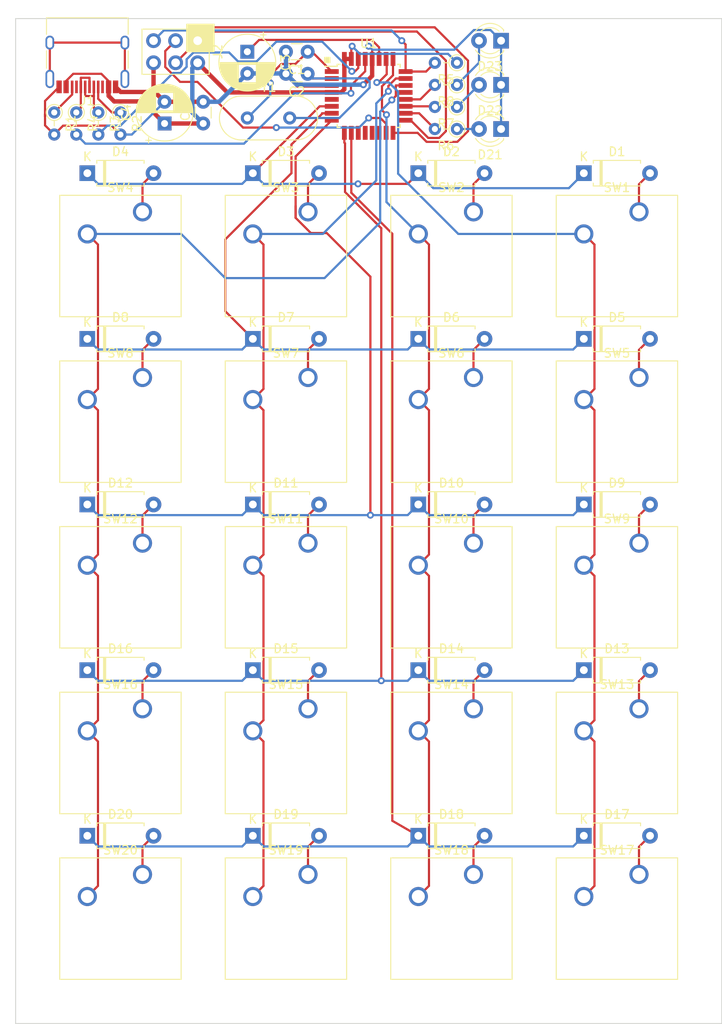
<source format=kicad_pcb>
(kicad_pcb (version 20211014) (generator pcbnew)
  (layers (0 "F.Cu" signal) (31 "B.Cu" signal) (34 "B.Paste" user) (35 "F.Paste" user) (36 "B.SilkS" user "B.Silkscreen") (37 "F.SilkS" user "F.Silkscreen") (38 "B.Mask" user) (39 "F.Mask" user) (44 "Edge.Cuts" user))
  (net 0 "")
  (net 1 "GND")
  (net 2 "Net-(C1-Pad1)")
  (net 3 "Net-(C2-Pad1)")
  (net 4 "Net-(C3-Pad1)")
  (net 5 "VCC")
  (net 6 "Net-(J1-PadA5)")
  (net 7 "Net-(J1-PadA7)")
  (net 8 "Net-(J1-PadA6)")
  (net 9 "Net-(J1-PadB5)")
  (net 10 "Net-(J1-PadS1)")
  (net 11 "Net-(J2-Pad5)")
  (net 12 "Net-(J2-Pad4)")
  (net 13 "Net-(J2-Pad3)")
  (net 14 "Net-(J2-Pad1)")
  (net 15 "Net-(R3-Pad2)")
  (net 16 "Net-(R4-Pad2)")
  (net 17 "Net-(SW1-Pad2)")
  (net 18 "Net-(SW10-Pad2)")
  (net 19 "Net-(SW11-Pad2)")
  (net 20 "Net-(SW12-Pad2)")
  (net 21 "Net-(D17-Pad1)")
  (net 22 "Net-(D13-Pad1)")
  (net 23 "Net-(D10-Pad1)")
  (net 24 "Net-(D5-Pad1)")
  (net 25 "Net-(D1-Pad1)")
  (net 26 "Net-(D1-Pad2)")
  (net 27 "Net-(D2-Pad2)")
  (net 28 "Net-(D3-Pad2)")
  (net 29 "Net-(D4-Pad2)")
  (net 30 "Net-(D5-Pad2)")
  (net 31 "Net-(D6-Pad2)")
  (net 32 "Net-(D7-Pad2)")
  (net 33 "Net-(D8-Pad2)")
  (net 34 "Net-(D9-Pad2)")
  (net 35 "Net-(D10-Pad2)")
  (net 36 "Net-(D11-Pad2)")
  (net 37 "Net-(D12-Pad2)")
  (net 38 "Net-(D13-Pad2)")
  (net 39 "Net-(D14-Pad2)")
  (net 40 "Net-(D15-Pad2)")
  (net 41 "Net-(D16-Pad2)")
  (net 42 "Net-(D17-Pad2)")
  (net 43 "Net-(D18-Pad2)")
  (net 44 "Net-(D19-Pad2)")
  (net 45 "Net-(D20-Pad2)")
  (net 46 "Net-(R6-Pad2)")
  (net 47 "Net-(D21-Pad2)")
  (net 48 "Net-(R7-Pad2)")
  (net 49 "Net-(D22-Pad2)")
  (net 50 "Net-(R8-Pad2)")
  (net 51 "Net-(D23-Pad2)")
  (footprint "Resistor_THT:R_Axial_DIN0204_L3.6mm_D1.6mm_P2.54mm_Vertical" (layer "F.Cu") (at 27.305 43.815 -90)
    (fp_text reference "R1")
    (fp_text value "56k")
  )
  (footprint "Resistor_THT:R_Axial_DIN0204_L3.6mm_D1.6mm_P2.54mm_Vertical" (layer "F.Cu") (at 29.845 43.815 -90)
    (fp_text reference "R4")
    (fp_text value "22")
  )
  (footprint "Resistor_THT:R_Axial_DIN0204_L3.6mm_D1.6mm_P2.54mm_Vertical" (layer "F.Cu") (at 73.66 38.1 180)
    (fp_text reference "R5")
    (fp_text value "4.7k")
  )
  (footprint "Connector_USB:USB_C_Receptacle_HRO_TYPE-C-31-M-12" (layer "F.Cu") (at 31.115 36.83 180)
    (fp_text reference "J1")
    (fp_text value "USB_C_Receptacle_USB2.0")
  )
  (footprint "Resistor_THT:R_Axial_DIN0204_L3.6mm_D1.6mm_P2.54mm_Vertical" (layer "F.Cu") (at 32.385 43.815 -90)
    (fp_text reference "R3")
    (fp_text value "22")
  )
  (footprint "Resistor_THT:R_Axial_DIN0204_L3.6mm_D1.6mm_P2.54mm_Vertical" (layer "F.Cu") (at 34.925 43.815 -90)
    (fp_text reference "R2")
    (fp_text value "56k")
  )
  (footprint "Capacitor_THT:C_Disc_D3.0mm_W1.6mm_P2.50mm" (layer "F.Cu") (at 56.475 36.83 180)
    (fp_text reference "C1")
    (fp_text value "C")
  )
  (footprint "Capacitor_THT:C_Disc_D3.0mm_W1.6mm_P2.50mm" (layer "F.Cu") (at 56.475 39.37 180)
    (fp_text reference "C2")
    (fp_text value "C")
  )
  (footprint "Crystal:Crystal_HC49-U_Vertical" (layer "F.Cu") (at 49.53 44.45)
    (fp_text reference "Y1")
    (fp_text value "Crystal")
  )
  (footprint "Resistor_THT:R_Axial_DIN0204_L3.6mm_D1.6mm_P2.54mm_Vertical" (layer "F.Cu") (at 73.66 45.72 180)
    (fp_text reference "R6")
    (fp_text value "2k")
  )
  (footprint "Resistor_THT:R_Axial_DIN0204_L3.6mm_D1.6mm_P2.54mm_Vertical" (layer "F.Cu") (at 73.66 43.18 180)
    (fp_text reference "R7")
    (fp_text value "2k")
  )
  (footprint "Capacitor_THT:CP_Radial_D6.3mm_P2.50mm" (layer "F.Cu") (at 40.005 45.085 90)
    (fp_text reference "C4")
    (fp_text value "CP")
  )
  (footprint "Capacitor_THT:C_Disc_D3.0mm_W1.6mm_P2.50mm" (layer "F.Cu") (at 44.45 45.085 90)
    (fp_text reference "C5")
    (fp_text value "C")
  )
  (footprint "Connector_PinHeader_2.54mm:PinHeader_2x03_P2.54mm_Vertical" (layer "F.Cu") (at 43.815 35.56 -90)
    (fp_text reference "J2")
    (fp_text value "AVR-ISP-6")
  )
  (footprint "Package_QFP:TQFP-32_7x7mm_P0.8mm" (layer "F.Cu") (at 63.5 41.91)
    (fp_text reference "U1")
    (fp_text value "ATmega32U2-AU")
  )
  (footprint "Diode_THT:D_A-405_P7.62mm_Horizontal" (layer "F.Cu") (at 88.265 50.8)
    (fp_text reference "D1")
    (fp_text value "D")
  )
  (footprint "Diode_THT:D_A-405_P7.62mm_Horizontal" (layer "F.Cu") (at 69.215 50.8)
    (fp_text reference "D2")
    (fp_text value "D")
  )
  (footprint "Diode_THT:D_A-405_P7.62mm_Horizontal" (layer "F.Cu") (at 50.165 50.8)
    (fp_text reference "D3")
    (fp_text value "D")
  )
  (footprint "Diode_THT:D_A-405_P7.62mm_Horizontal" (layer "F.Cu") (at 31.115 50.8)
    (fp_text reference "D4")
    (fp_text value "D")
  )
  (footprint "Diode_THT:D_A-405_P7.62mm_Horizontal" (layer "F.Cu") (at 88.265 69.85)
    (fp_text reference "D5")
    (fp_text value "D")
  )
  (footprint "Diode_THT:D_A-405_P7.62mm_Horizontal" (layer "F.Cu") (at 69.215 69.85)
    (fp_text reference "D6")
    (fp_text value "D")
  )
  (footprint "Diode_THT:D_A-405_P7.62mm_Horizontal" (layer "F.Cu") (at 50.165 69.85)
    (fp_text reference "D7")
    (fp_text value "D")
  )
  (footprint "Diode_THT:D_A-405_P7.62mm_Horizontal" (layer "F.Cu") (at 31.115 69.85)
    (fp_text reference "D8")
    (fp_text value "D")
  )
  (footprint "Diode_THT:D_A-405_P7.62mm_Horizontal" (layer "F.Cu") (at 88.265 88.9)
    (fp_text reference "D9")
    (fp_text value "D")
  )
  (footprint "Diode_THT:D_A-405_P7.62mm_Horizontal" (layer "F.Cu") (at 69.215 88.9)
    (fp_text reference "D10")
    (fp_text value "D")
  )
  (footprint "Diode_THT:D_A-405_P7.62mm_Horizontal" (layer "F.Cu") (at 50.165 88.9)
    (fp_text reference "D11")
    (fp_text value "D")
  )
  (footprint "Diode_THT:D_A-405_P7.62mm_Horizontal" (layer "F.Cu") (at 88.265 107.95)
    (fp_text reference "D13")
    (fp_text value "D")
  )
  (footprint "Diode_THT:D_A-405_P7.62mm_Horizontal" (layer "F.Cu") (at 69.215 107.95)
    (fp_text reference "D14")
    (fp_text value "D")
  )
  (footprint "Diode_THT:D_A-405_P7.62mm_Horizontal" (layer "F.Cu") (at 31.115 107.95)
    (fp_text reference "D16")
    (fp_text value "D")
  )
  (footprint "Diode_THT:D_A-405_P7.62mm_Horizontal" (layer "F.Cu") (at 88.265 127)
    (fp_text reference "D17")
    (fp_text value "D")
  )
  (footprint "Diode_THT:D_A-405_P7.62mm_Horizontal" (layer "F.Cu") (at 69.215 127)
    (fp_text reference "D18")
    (fp_text value "D")
  )
  (footprint "Diode_THT:D_A-405_P7.62mm_Horizontal" (layer "F.Cu") (at 50.165 127)
    (fp_text reference "D19")
    (fp_text value "D")
  )
  (footprint "Diode_THT:D_A-405_P7.62mm_Horizontal" (layer "F.Cu") (at 31.115 127)
    (fp_text reference "D20")
    (fp_text value "D")
  )
  (footprint "Button_Switch_Keyboard:SW_Cherry_MX_1.00u_PCB" (layer "F.Cu") (at 94.615 55.245)
    (fp_text reference "SW1")
    (fp_text value "SW_Push")
  )
  (footprint "Button_Switch_Keyboard:SW_Cherry_MX_1.00u_PCB" (layer "F.Cu") (at 75.565 55.245)
    (fp_text reference "SW2")
    (fp_text value "SW_Push")
  )
  (footprint "Button_Switch_Keyboard:SW_Cherry_MX_1.00u_PCB" (layer "F.Cu") (at 56.515 55.245)
    (fp_text reference "SW3")
    (fp_text value "SW_Push")
  )
  (footprint "Button_Switch_Keyboard:SW_Cherry_MX_1.00u_PCB" (layer "F.Cu") (at 37.465 55.245)
    (fp_text reference "SW4")
    (fp_text value "SW_Push")
  )
  (footprint "Button_Switch_Keyboard:SW_Cherry_MX_1.00u_PCB" (layer "F.Cu") (at 94.615 74.295)
    (fp_text reference "SW5")
    (fp_text value "SW_Push")
  )
  (footprint "Button_Switch_Keyboard:SW_Cherry_MX_1.00u_PCB" (layer "F.Cu") (at 75.565 74.295)
    (fp_text reference "SW6")
    (fp_text value "SW_Push")
  )
  (footprint "Button_Switch_Keyboard:SW_Cherry_MX_1.00u_PCB" (layer "F.Cu") (at 56.515 74.295)
    (fp_text reference "SW7")
    (fp_text value "SW_Push")
  )
  (footprint "Button_Switch_Keyboard:SW_Cherry_MX_1.00u_PCB" (layer "F.Cu") (at 37.465 74.295)
    (fp_text reference "SW8")
    (fp_text value "SW_Push")
  )
  (footprint "Button_Switch_Keyboard:SW_Cherry_MX_1.00u_PCB" (layer "F.Cu") (at 94.615 93.345)
    (fp_text reference "SW9")
    (fp_text value "SW_Push")
  )
  (footprint "Button_Switch_Keyboard:SW_Cherry_MX_1.00u_PCB" (layer "F.Cu") (at 75.565 93.345)
    (fp_text reference "SW10")
    (fp_text value "SW_Push")
  )
  (footprint "Button_Switch_Keyboard:SW_Cherry_MX_1.00u_PCB" (layer "F.Cu") (at 56.515 93.345)
    (fp_text reference "SW11")
    (fp_text value "SW_Push")
  )
  (footprint "Button_Switch_Keyboard:SW_Cherry_MX_1.00u_PCB" (layer "F.Cu") (at 37.465 93.345)
    (fp_text reference "SW12")
    (fp_text value "SW_Push")
  )
  (footprint "Button_Switch_Keyboard:SW_Cherry_MX_1.00u_PCB" (layer "F.Cu") (at 94.615 112.395)
    (fp_text reference "SW13")
    (fp_text value "SW_Push")
  )
  (footprint "Button_Switch_Keyboard:SW_Cherry_MX_1.00u_PCB" (layer "F.Cu") (at 75.565 112.395)
    (fp_text reference "SW14")
    (fp_text value "SW_Push")
  )
  (footprint "Button_Switch_Keyboard:SW_Cherry_MX_1.00u_PCB" (layer "F.Cu") (at 56.515 112.395)
    (fp_text reference "SW15")
    (fp_text value "SW_Push")
  )
  (footprint "Button_Switch_Keyboard:SW_Cherry_MX_1.00u_PCB" (layer "F.Cu") (at 37.465 112.395)
    (fp_text reference "SW16")
    (fp_text value "SW_Push")
  )
  (footprint "Button_Switch_Keyboard:SW_Cherry_MX_1.00u_PCB" (layer "F.Cu") (at 94.615 131.445)
    (fp_text reference "SW17")
    (fp_text value "SW_Push")
  )
  (footprint "Button_Switch_Keyboard:SW_Cherry_MX_1.00u_PCB" (layer "F.Cu") (at 75.565 131.445)
    (fp_text reference "SW18")
    (fp_text value "SW_Push")
  )
  (footprint "Button_Switch_Keyboard:SW_Cherry_MX_1.00u_PCB" (layer "F.Cu") (at 56.515 131.445)
    (fp_text reference "SW19")
    (fp_text value "SW_Push")
  )
  (footprint "Button_Switch_Keyboard:SW_Cherry_MX_1.00u_PCB" (layer "F.Cu") (at 37.465 131.445)
    (fp_text reference "SW20")
    (fp_text value "SW_Push")
  )
  (footprint "Diode_THT:D_A-405_P7.62mm_Horizontal" (layer "F.Cu") (at 31.115 88.9)
    (fp_text reference "D12")
    (fp_text value "D")
  )
  (footprint "LED_THT:LED_D3.0mm" (layer "F.Cu") (at 78.74 45.72 180)
    (fp_text reference "D21")
    (fp_text value "LED")
  )
  (footprint "LED_THT:LED_D3.0mm" (layer "F.Cu") (at 78.74 40.64 180)
    (fp_text reference "D22")
    (fp_text value "LED")
  )
  (footprint "LED_THT:LED_D3.0mm" (layer "F.Cu") (at 78.74 35.56 180)
    (fp_text reference "D23")
    (fp_text value "LED")
  )
  (footprint "Resistor_THT:R_Axial_DIN0204_L3.6mm_D1.6mm_P2.54mm_Vertical" (layer "F.Cu") (at 73.66 40.64 180)
    (fp_text reference "R8")
    (fp_text value "2k")
  )
  (footprint "Capacitor_THT:CP_Radial_D6.3mm_P2.50mm" (layer "F.Cu") (at 49.53 36.83 -90)
    (fp_text reference "C3")
    (fp_text value "CP")
  )
  (footprint "Diode_THT:D_A-405_P7.62mm_Horizontal" (layer "F.Cu") (at 50.165 107.95)
    (fp_text reference "D15")
    (fp_text value "D")
  )
  (gr_poly (pts (xy 45.72 36.83) (xy 42.545 36.83) (xy 42.545 33.655) (xy 45.72 33.655)) (layer "F.SilkS") (width 0.1) (fill solid))
  (gr_poly (pts (xy 59.055 38.1) (xy 58.42 38.1) (xy 58.42 37.465) (xy 59.055 37.465)) (layer "F.SilkS") (width 0.1) (fill solid))
  (gr_line (start 104.14 33.02) (end 104.14 148.59) (layer "Edge.Cuts") (width 0.1))
  (gr_line (start 104.14 148.59) (end 22.86 148.59) (layer "Edge.Cuts") (width 0.1))
  (gr_line (start 22.86 33.02) (end 104.14 33.02) (layer "Edge.Cuts") (width 0.1))
  (gr_line (start 22.86 148.59) (end 22.86 33.02) (layer "Edge.Cuts") (width 0.1))
  (segment (start 63.9 36.595) (end 63.5 36.195) (width 0.25) (layer "F.Cu") (net 1))
  (segment (start 62.885 40.62) (end 63.9 39.605) (width 0.5) (layer "F.Cu") (net 1))
  (segment (start 34.95 41.46) (end 38.88 41.46) (width 0.5) (layer "F.Cu") (net 1))
  (segment (start 38.735 38.1) (end 38.735 41.315) (width 0.5) (layer "F.Cu") (net 1))
  (segment (start 40.005 42.585) (end 44.45 42.585) (width 0.5) (layer "F.Cu") (net 1))
  (segment (start 33.8997 45.3297) (end 34.925 46.355) (width 0.25) (layer "F.Cu") (net 1))
  (segment (start 26.247 42.493) (end 26.247 44.027) (width 0.25) (layer "F.Cu") (net 1))
  (segment (start 26.247 44.027) (end 26.247 44.2717) (width 0.25) (layer "F.Cu") (net 1))
  (segment (start 38.88 41.46) (end 39.265 41.845) (width 0.5) (layer "F.Cu") (net 1))
  (segment (start 28.3303 45.3297) (end 33.8997 45.3297) (width 0.25) (layer "F.Cu") (net 1))
  (segment (start 39.265 41.845) (end 40.005 42.585) (width 0.5) (layer "F.Cu") (net 1))
  (segment (start 59.25 40.71) (end 55.315 40.71) (width 0.5) (layer "F.Cu") (net 1))
  (segment (start 63.9 37.66) (end 63.9 36.595) (width 0.25) (layer "F.Cu") (net 1))
  (segment (start 27.305 46.355) (end 26.247 45.297) (width 0.25) (layer "F.Cu") (net 1))
  (segment (start 26.247 44.2717) (end 26.247 44.027) (width 0.25) (layer "F.Cu") (net 1))
  (segment (start 55.315 40.71) (end 53.975 39.37) (width 0.5) (layer "F.Cu") (net 1))
  (segment (start 27.865 40.875) (end 26.247 42.493) (width 0.25) (layer "F.Cu") (net 1))
  (segment (start 39.265 41.845) (end 40.005 42.585) (width 0.5) (layer "F.Cu") (net 1))
  (segment (start 38.735 41.315) (end 38.88 41.46) (width 0.5) (layer "F.Cu") (net 1))
  (segment (start 34.365 40.875) (end 34.95 41.46) (width 0.5) (layer "F.Cu") (net 1))
  (segment (start 63.9 39.605) (end 63.9 37.66) (width 0.5) (layer "F.Cu") (net 1))
  (segment (start 38.88 41.46) (end 39.265 41.845) (width 0.5) (layer "F.Cu") (net 1))
  (segment (start 26.247 45.297) (end 26.247 44.2717) (width 0.25) (layer "F.Cu") (net 1))
  (segment (start 27.305 46.355) (end 28.3303 45.3297) (width 0.25) (layer "F.Cu") (net 1))
  (segment (start 40.005 42.585) (end 39.265 41.845) (width 0.5) (layer "F.Cu") (net 1))
  (via (at 62.885 40.62) (size 0.8) (drill 0.4) (layers "F.Cu" "B.Cu") (net 1))
  (via (at 63.5 36.195) (size 0.8) (drill 0.4) (layers "F.Cu" "B.Cu") (net 1))
  (segment (start 53.975 39.37) (end 53.975 36.83) (width 0.5) (layer "B.Cu") (net 1))
  (segment (start 46.275 42.585) (end 49.53 39.33) (width 0.5) (layer "B.Cu") (net 1))
  (segment (start 44.45 42.585) (end 46.275 42.585) (width 0.5) (layer "B.Cu") (net 1))
  (segment (start 36.235 46.355) (end 34.925 46.355) (width 0.25) (layer "B.Cu") (net 1))
  (segment (start 73.661997 36.285001) (end 73.705999 36.240999) (width 0.25) (layer "B.Cu") (net 1))
  (segment (start 78.74 40.64) (end 78.74 45.72) (width 0.25) (layer "B.Cu") (net 1))
  (segment (start 77.514999 34.334999) (end 78.74 35.56) (width 0.25) (layer "B.Cu") (net 1))
  (segment (start 53.935 39.33) (end 53.975 39.37) (width 0.5) (layer "B.Cu") (net 1))
  (segment (start 73.351999 36.594999) (end 63.899999 36.594999) (width 0.25) (layer "B.Cu") (net 1))
  (segment (start 78.74 35.56) (end 78.74 40.64) (width 0.25) (layer "B.Cu") (net 1))
  (segment (start 73.705999 36.240999) (end 73.351999 36.594999) (width 0.25) (layer "B.Cu") (net 1))
  (segment (start 49.53 39.33) (end 53.935 39.33) (width 0.5) (layer "B.Cu") (net 1))
  (segment (start 63.899999 36.594999) (end 63.5 36.195) (width 0.25) (layer "B.Cu") (net 1))
  (segment (start 40.005 42.585) (end 36.235 46.355) (width 0.25) (layer "B.Cu") (net 1))
  (segment (start 55.225 40.62) (end 62.885 40.62) (width 0.5) (layer "B.Cu") (net 1))
  (segment (start 73.705999 36.240999) (end 75.611999 34.334999) (width 0.25) (layer "B.Cu") (net 1))
  (segment (start 75.611999 34.334999) (end 77.514999 34.334999) (width 0.25) (layer "B.Cu") (net 1))
  (segment (start 53.975 39.37) (end 55.225 40.62) (width 0.5) (layer "B.Cu") (net 1))
  (segment (start 55.06 38.245) (end 53.435 38.245) (width 0.25) (layer "F.Cu") (net 2))
  (segment (start 59.25 39.11) (end 56.97 36.83) (width 0.25) (layer "F.Cu") (net 2))
  (segment (start 56.97 36.83) (end 56.475 36.83) (width 0.25) (layer "F.Cu") (net 2))
  (segment (start 52.1692 39.5108) (end 52.1692 40.42) (width 0.25) (layer "F.Cu") (net 2))
  (segment (start 56.475 36.83) (end 55.06 38.245) (width 0.25) (layer "F.Cu") (net 2))
  (segment (start 53.435 38.245) (end 52.1692 39.5108) (width 0.25) (layer "F.Cu") (net 2))
  (segment (start 52.1693 40.42) (end 52.1692 40.42) (width 0.25) (layer "F.Cu") (net 2))
  (via (at 52.1692 40.42) (size 0.8) (drill 0.4) (layers "F.Cu" "B.Cu") (net 2))
  (segment (start 52.1692 41.8108) (end 49.53 44.45) (width 0.25) (layer "B.Cu") (net 2))
  (segment (start 52.1692 40.42) (end 52.1692 41.8108) (width 0.25) (layer "B.Cu") (net 2))
  (segment (start 56.475 39.37) (end 56.515 39.37) (width 0.25) (layer "F.Cu") (net 3))
  (segment (start 56.515 39.37) (end 57.055 39.91) (width 0.25) (layer "F.Cu") (net 3))
  (segment (start 57.055 39.91) (end 59.25 39.91) (width 0.25) (layer "F.Cu") (net 3))
  (segment (start 63.61 40.272) (end 63.233 39.895) (width 0.25) (layer "B.Cu") (net 3))
  (segment (start 57 39.895) (end 56.475 39.37) (width 0.25) (layer "B.Cu") (net 3))
  (segment (start 60.128 44.45) (end 63.61 40.968) (width 0.25) (layer "B.Cu") (net 3))
  (segment (start 63.233 39.895) (end 57 39.895) (width 0.25) (layer "B.Cu") (net 3))
  (segment (start 63.61 40.968) (end 63.61 40.272) (width 0.25) (layer "B.Cu") (net 3))
  (segment (start 54.41 44.45) (end 60.128 44.45) (width 0.25) (layer "B.Cu") (net 3))
  (segment (start 50.890001 35.469999) (end 63.848001 35.469999) (width 0.25) (layer "F.Cu") (net 4))
  (segment (start 49.53 36.83) (end 50.890001 35.469999) (width 0.25) (layer "F.Cu") (net 4))
  (segment (start 63.848001 35.469999) (end 64.7 36.321998) (width 0.25) (layer "F.Cu") (net 4))
  (segment (start 64.7 36.321998) (end 64.7 37.66) (width 0.25) (layer "F.Cu") (net 4))
  (segment (start 60.7 41.145) (end 60.7 37.66) (width 0.5) (layer "F.Cu") (net 5))
  (segment (start 59.25 41.51) (end 60.335 41.51) (width 0.5) (layer "F.Cu") (net 5))
  (segment (start 28.665 40.1978) (end 28.665 40.875) (width 0.25) (layer "F.Cu") (net 5))
  (segment (start 37.465 42.545) (end 34.2 42.545) (width 0.5) (layer "F.Cu") (net 5))
  (segment (start 33.565 40.875) (end 33.565 40.2074) (width 0.25) (layer "F.Cu") (net 5))
  (segment (start 60.7 37.66) (end 61.5 37.66) (width 0.5) (layer "F.Cu") (net 5))
  (segment (start 33.565 40.2074) (end 32.7255 39.3679) (width 0.25) (layer "F.Cu") (net 5))
  (segment (start 34.2 42.545) (end 33.565 41.91) (width 0.5) (layer "F.Cu") (net 5))
  (segment (start 40.005 45.085) (end 37.465 42.545) (width 0.5) (layer "F.Cu") (net 5))
  (segment (start 60.335 41.51) (end 60.7 41.145) (width 0.5) (layer "F.Cu") (net 5))
  (segment (start 33.565 41.91) (end 33.565 40.875) (width 0.5) (layer "F.Cu") (net 5))
  (segment (start 32.7255 39.3679) (end 29.4949 39.3679) (width 0.25) (layer "F.Cu") (net 5))
  (segment (start 47.225 41.51) (end 59.25 41.51) (width 0.5) (layer "F.Cu") (net 5))
  (segment (start 43.815 38.1) (end 47.225 41.51) (width 0.5) (layer "F.Cu") (net 5))
  (segment (start 61.5 37.66) (end 61.5 36.29) (width 0.25) (layer "F.Cu") (net 5))
  (segment (start 40.005 45.085) (end 44.45 45.085) (width 0.5) (layer "F.Cu") (net 5))
  (segment (start 61.5 36.29) (end 61.595 36.195) (width 0.25) (layer "F.Cu") (net 5))
  (segment (start 29.4949 39.3679) (end 28.665 40.1978) (width 0.25) (layer "F.Cu") (net 5))
  (via (at 61.595 36.195) (size 0.8) (drill 0.4) (layers "F.Cu" "B.Cu") (net 5))
  (segment (start 43.2 43.835) (end 43.2 38.715) (width 0.5) (layer "B.Cu") (net 5))
  (segment (start 73.66 38.1) (end 72.634999 37.074999) (width 0.25) (layer "B.Cu") (net 5))
  (segment (start 43.2 38.715) (end 43.815 38.1) (width 0.5) (layer "B.Cu") (net 5))
  (segment (start 62.474999 37.074999) (end 61.595 36.195) (width 0.25) (layer "B.Cu") (net 5))
  (segment (start 72.634999 37.074999) (end 62.474999 37.074999) (width 0.25) (layer "B.Cu") (net 5))
  (segment (start 44.45 45.085) (end 43.2 43.835) (width 0.5) (layer "B.Cu") (net 5))
  (segment (start 32.365 42.244949) (end 32.365 40.875) (width 0.25) (layer "F.Cu") (net 6))
  (segment (start 33.935051 43.815) (end 32.365 42.244949) (width 0.25) (layer "F.Cu") (net 6))
  (segment (start 34.925 43.815) (end 33.935051 43.815) (width 0.25) (layer "F.Cu") (net 6))
  (segment (start 30.865 40.875) (end 30.865 41.9253) (width 0.25) (layer "F.Cu") (net 7))
  (segment (start 30.865 41.9253) (end 31.865 41.9253) (width 0.25) (layer "F.Cu") (net 7))
  (segment (start 31.865 43.295) (end 32.385 43.815) (width 0.25) (layer "F.Cu") (net 7))
  (segment (start 31.865 41.9253) (end 31.865 40.875) (width 0.25) (layer "F.Cu") (net 7))
  (segment (start 31.865 41.9253) (end 31.865 43.295) (width 0.25) (layer "F.Cu") (net 7))
  (segment (start 30.365 43.295) (end 30.365 40.875) (width 0.25) (layer "F.Cu") (net 8))
  (segment (start 31.365 39.8247) (end 31.365 40.875) (width 0.25) (layer "F.Cu") (net 8))
  (segment (start 30.365 39.8247) (end 31.365 39.8247) (width 0.25) (layer "F.Cu") (net 8))
  (segment (start 30.365 40.875) (end 30.365 39.8247) (width 0.25) (layer "F.Cu") (net 8))
  (segment (start 29.845 43.815) (end 30.365 43.295) (width 0.25) (layer "F.Cu") (net 8))
  (segment (start 27.305 43.815) (end 29.365 41.755) (width 0.25) (layer "F.Cu") (net 9))
  (segment (start 29.365 41.755) (end 29.365 40.875) (width 0.25) (layer "F.Cu") (net 9))
  (segment (start 26.795 35.78) (end 26.795 39.96) (width 0.25) (layer "F.Cu") (net 10))
  (segment (start 35.435 35.78) (end 35.435 39.96) (width 0.25) (layer "F.Cu") (net 10))
  (segment (start 35.435 35.78) (end 26.795 35.78) (width 0.25) (layer "F.Cu") (net 10))
  (segment (start 67.75 36) (end 67.31 35.56) (width 0.25) (layer "F.Cu") (net 11))
  (segment (start 70.11 39.11) (end 71.12 38.1) (width 0.25) (layer "F.Cu") (net 11))
  (segment (start 67.75 39.11) (end 67.75 36) (width 0.25) (layer "F.Cu") (net 11))
  (segment (start 67.75 39.11) (end 70.11 39.11) (width 0.25) (layer "F.Cu") (net 11))
  (via (at 67.31 35.56) (size 0.8) (drill 0.4) (layers "F.Cu" "B.Cu") (net 11))
  (segment (start 66.134999 34.384999) (end 67.31 35.56) (width 0.25) (layer "B.Cu") (net 11))
  (segment (start 39.910001 34.384999) (end 66.134999 34.384999) (width 0.25) (layer "B.Cu") (net 11))
  (segment (start 38.735 35.56) (end 39.910001 34.384999) (width 0.25) (layer "B.Cu") (net 11))
  (segment (start 42.6396 36.7354) (end 41.275 38.1) (width 0.25) (layer "F.Cu") (net 12))
  (segment (start 71.100302 34.0233) (end 43.1776 34.0233) (width 0.25) (layer "F.Cu") (net 12))
  (segment (start 70.168601 47.195011) (end 73.701991 47.195011) (width 0.25) (layer "F.Cu") (net 12))
  (segment (start 73.701991 47.195011) (end 74.93 45.967002) (width 0.25) (layer "F.Cu") (net 12))
  (segment (start 74.93 37.852998) (end 71.100302 34.0233) (width 0.25) (layer "F.Cu") (net 12))
  (segment (start 43.1776 34.0233) (end 42.6396 34.5613) (width 0.25) (layer "F.Cu") (net 12))
  (segment (start 66.3 46.16) (end 69.13359 46.16) (width 0.25) (layer "F.Cu") (net 12))
  (segment (start 69.13359 46.16) (end 70.168601 47.195011) (width 0.25) (layer "F.Cu") (net 12))
  (segment (start 74.93 45.967002) (end 74.93 37.852998) (width 0.25) (layer "F.Cu") (net 12))
  (segment (start 42.6396 34.5613) (end 42.6396 36.7354) (width 0.25) (layer "F.Cu") (net 12))
  (segment (start 65.5 46.16) (end 65.5 45.11) (width 0.25) (layer "F.Cu") (net 13))
  (segment (start 65.5 45.11) (end 64.84 44.45) (width 0.25) (layer "F.Cu") (net 13))
  (segment (start 52.8714 45.5536) (end 49.042598 45.5536) (width 0.25) (layer "F.Cu") (net 13))
  (segment (start 64.84 44.45) (end 63.5 44.45) (width 0.25) (layer "F.Cu") (net 13))
  (segment (start 40.0839 38.5865) (end 41.7932 40.2958) (width 0.25) (layer "F.Cu") (net 13))
  (segment (start 43.784798 40.2958) (end 41.7932 40.2958) (width 0.25) (layer "F.Cu") (net 13))
  (segment (start 41.275 35.56) (end 40.0839 36.7511) (width 0.25) (layer "F.Cu") (net 13))
  (segment (start 40.0839 36.7511) (end 40.0839 38.5865) (width 0.25) (layer "F.Cu") (net 13))
  (segment (start 49.042598 45.5536) (end 43.784798 40.2958) (width 0.25) (layer "F.Cu") (net 13))
  (via (at 63.5 44.45) (size 0.8) (drill 0.4) (layers "F.Cu" "B.Cu") (net 13))
  (via (at 52.8714 45.5536) (size 0.8) (drill 0.4) (layers "F.Cu" "B.Cu") (net 13))
  (segment (start 62.3964 45.5536) (end 63.5 44.45) (width 0.25) (layer "B.Cu") (net 13))
  (segment (start 52.8714 45.5536) (end 62.3964 45.5536) (width 0.25) (layer "B.Cu") (net 13))
  (segment (start 67.75 44.71) (end 68.32 44.71) (width 0.25) (layer "F.Cu") (net 14))
  (segment (start 44.865 34.51) (end 43.815 35.56) (width 0.25) (layer "F.Cu") (net 14))
  (segment (start 72.39 37.852998) (end 69.047002 34.51) (width 0.25) (layer "F.Cu") (net 14))
  (segment (start 69.047002 34.51) (end 44.865 34.51) (width 0.25) (layer "F.Cu") (net 14))
  (segment (start 71.612001 46.745001) (end 72.39 45.967002) (width 0.25) (layer "F.Cu") (net 14))
  (segment (start 68.32 44.71) (end 70.355001 46.745001) (width 0.25) (layer "F.Cu") (net 14))
  (segment (start 70.355001 46.745001) (end 71.612001 46.745001) (width 0.25) (layer "F.Cu") (net 14))
  (segment (start 72.39 45.967002) (end 72.39 37.852998) (width 0.25) (layer "F.Cu") (net 14))
  (segment (start 61.9268 39.0832) (end 61.5628 39.0832) (width 0.25) (layer "F.Cu") (net 15))
  (segment (start 62.3 38.71) (end 61.9268 39.0832) (width 0.25) (layer "F.Cu") (net 15))
  (segment (start 62.3 37.66) (end 62.3 38.71) (width 0.25) (layer "F.Cu") (net 15))
  (via (at 61.5628 39.0832) (size 0.8) (drill 0.4) (layers "F.Cu" "B.Cu") (net 15))
  (segment (start 43.333 36.9172) (end 42.545 37.7052) (width 0.25) (layer "B.Cu") (net 15))
  (segment (start 42.545 37.7052) (end 42.545 38.569) (width 0.25) (layer "B.Cu") (net 15))
  (segment (start 47.432198 36.9172) (end 43.333 36.9172) (width 0.25) (layer "B.Cu") (net 15))
  (segment (start 52.872402 35.6726) (end 50.590002 37.955) (width 0.25) (layer "B.Cu") (net 15))
  (segment (start 34.927 45.33) (end 33.41 45.33) (width 0.25) (layer "B.Cu") (net 15))
  (segment (start 50.590002 37.955) (end 48.469998 37.955) (width 0.25) (layer "B.Cu") (net 15))
  (segment (start 40.982 39.275) (end 34.927 45.33) (width 0.25) (layer "B.Cu") (net 15))
  (segment (start 58.1522 35.6726) (end 52.872402 35.6726) (width 0.25) (layer "B.Cu") (net 15))
  (segment (start 33.41 45.33) (end 32.385 46.355) (width 0.25) (layer "B.Cu") (net 15))
  (segment (start 41.839 39.275) (end 40.982 39.275) (width 0.25) (layer "B.Cu") (net 15))
  (segment (start 42.545 38.569) (end 41.839 39.275) (width 0.25) (layer "B.Cu") (net 15))
  (segment (start 61.5628 39.0832) (end 58.1522 35.6726) (width 0.25) (layer "B.Cu") (net 15))
  (segment (start 48.469998 37.955) (end 47.432198 36.9172) (width 0.25) (layer "B.Cu") (net 15))
  (segment (start 61.4583 40.7217) (end 63.1 39.08) (width 0.25) (layer "F.Cu") (net 16))
  (segment (start 63.1 39.08) (end 63.1 37.66) (width 0.25) (layer "F.Cu") (net 16))
  (segment (start 61.4583 41.6103) (end 61.4583 40.7217) (width 0.25) (layer "F.Cu") (net 16))
  (via (at 61.4583 41.6103) (size 0.8) (drill 0.4) (layers "F.Cu" "B.Cu") (net 16))
  (segment (start 29.845 46.355) (end 30.8924 47.4024) (width 0.25) (layer "B.Cu") (net 16))
  (segment (start 54.9385 41.6103) (end 61.4583 41.6103) (width 0.25) (layer "B.Cu") (net 16))
  (segment (start 30.8924 47.4024) (end 49.1464 47.4024) (width 0.25) (layer "B.Cu") (net 16))
  (segment (start 49.1464 47.4024) (end 54.9385 41.6103) (width 0.25) (layer "B.Cu") (net 16))
  (segment (start 65.5745 37.7345) (end 65.5745 39.4195) (width 0.25) (layer "F.Cu") (net 17))
  (segment (start 88.265 76.835) (end 89.490001 75.609999) (width 0.25) (layer "F.Cu") (net 17))
  (segment (start 89.490001 97.110001) (end 88.265 95.885) (width 0.25) (layer "F.Cu") (net 17))
  (segment (start 88.265 114.935) (end 89.490001 113.709999) (width 0.25) (layer "F.Cu") (net 17))
  (segment (start 89.490001 94.659999) (end 89.490001 78.060001) (width 0.25) (layer "F.Cu") (net 17))
  (segment (start 89.490001 116.160001) (end 88.265 114.935) (width 0.25) (layer "F.Cu") (net 17))
  (segment (start 89.490001 113.709999) (end 89.490001 97.110001) (width 0.25) (layer "F.Cu") (net 17))
  (segment (start 88.265 133.985) (end 89.490001 132.759999) (width 0.25) (layer "F.Cu") (net 17))
  (segment (start 89.490001 132.759999) (end 89.490001 116.160001) (width 0.25) (layer "F.Cu") (net 17))
  (segment (start 89.490001 78.060001) (end 88.265 76.835) (width 0.25) (layer "F.Cu") (net 17))
  (segment (start 88.265 95.885) (end 89.490001 94.659999) (width 0.25) (layer "F.Cu") (net 17))
  (segment (start 89.490001 59.010001) (end 88.265 57.785) (width 0.25) (layer "F.Cu") (net 17))
  (segment (start 65.5 37.66) (end 65.5745 37.7345) (width 0.25) (layer "F.Cu") (net 17))
  (segment (start 65.5745 39.4195) (end 64.6297 40.3643) (width 0.25) (layer "F.Cu") (net 17))
  (segment (start 64.6297 40.3643) (end 64.4368 40.3643) (width 0.25) (layer "F.Cu") (net 17))
  (segment (start 89.490001 75.609999) (end 89.490001 59.010001) (width 0.25) (layer "F.Cu") (net 17))
  (via (at 64.4368 40.3643) (size 0.8) (drill 0.4) (layers "F.Cu" "B.Cu") (net 17))
  (segment (start 64.4368 40.3643) (end 65.827002 40.3643) (width 0.25) (layer "B.Cu") (net 17))
  (segment (start 66.891001 50.861003) (end 73.814998 57.785) (width 0.25) (layer "B.Cu") (net 17))
  (segment (start 65.827002 40.3643) (end 66.891001 41.428299) (width 0.25) (layer "B.Cu") (net 17))
  (segment (start 77.47 57.785) (end 88.265 57.785) (width 0.25) (layer "B.Cu") (net 17))
  (segment (start 66.891001 41.428299) (end 66.891001 50.861003) (width 0.25) (layer "B.Cu") (net 17))
  (segment (start 73.814998 57.785) (end 77.47 57.785) (width 0.25) (layer "B.Cu") (net 17))
  (segment (start 70.440001 132.759999) (end 70.440001 116.160001) (width 0.25) (layer "F.Cu") (net 18))
  (segment (start 66.3 37.66) (end 66.3 39.5325) (width 0.25) (layer "F.Cu") (net 18))
  (segment (start 69.215 76.835) (end 70.440001 75.609999) (width 0.25) (layer "F.Cu") (net 18))
  (segment (start 65.0312 43.5583) (end 65.5484 44.0755) (width 0.25) (layer "F.Cu") (net 18))
  (segment (start 70.440001 78.060001) (end 69.215 76.835) (width 0.25) (layer "F.Cu") (net 18))
  (segment (start 69.215 95.885) (end 70.440001 94.659999) (width 0.25) (layer "F.Cu") (net 18))
  (segment (start 65.0312 40.8013) (end 65.0312 43.5583) (width 0.25) (layer "F.Cu") (net 18))
  (segment (start 70.440001 116.160001) (end 69.215 114.935) (width 0.25) (layer "F.Cu") (net 18))
  (segment (start 70.440001 75.609999) (end 70.440001 59.010001) (width 0.25) (layer "F.Cu") (net 18))
  (segment (start 70.440001 97.110001) (end 69.215 95.885) (width 0.25) (layer "F.Cu") (net 18))
  (segment (start 69.215 133.985) (end 70.440001 132.759999) (width 0.25) (layer "F.Cu") (net 18))
  (segment (start 69.6719 133.5281) (end 69.215 133.985) (width 0.25) (layer "F.Cu") (net 18))
  (segment (start 69.215 114.935) (end 70.440001 113.709999) (width 0.25) (layer "F.Cu") (net 18))
  (segment (start 66.3 39.5325) (end 65.0312 40.8013) (width 0.25) (layer "F.Cu") (net 18))
  (segment (start 70.440001 113.709999) (end 70.440001 97.110001) (width 0.25) (layer "F.Cu") (net 18))
  (segment (start 70.440001 59.010001) (end 69.215 57.785) (width 0.25) (layer "F.Cu") (net 18))
  (segment (start 70.440001 94.659999) (end 70.440001 78.060001) (width 0.25) (layer "F.Cu") (net 18))
  (via (at 65.5484 44.0755) (size 0.8) (drill 0.4) (layers "F.Cu" "B.Cu") (net 18))
  (segment (start 65.5484 44.0755) (end 65.5484 54.1184) (width 0.25) (layer "B.Cu") (net 18))
  (segment (start 65.5484 54.1184) (end 69.215 57.785) (width 0.25) (layer "B.Cu") (net 18))
  (segment (start 51.390001 94.659999) (end 51.390001 78.060001) (width 0.25) (layer "F.Cu") (net 19))
  (segment (start 51.390001 59.010001) (end 50.165 57.785) (width 0.25) (layer "F.Cu") (net 19))
  (segment (start 65.7676 41.3779) (end 65.7676 40.7671) (width 0.25) (layer "F.Cu") (net 19))
  (segment (start 50.165 114.935) (end 51.390001 113.709999) (width 0.25) (layer "F.Cu") (net 19))
  (segment (start 65.7676 40.7671) (end 66.6247 39.91) (width 0.25) (layer "F.Cu") (net 19))
  (segment (start 51.390001 113.709999) (end 51.390001 97.110001) (width 0.25) (layer "F.Cu") (net 19))
  (segment (start 67.75 39.91) (end 66.6247 39.91) (width 0.25) (layer "F.Cu") (net 19))
  (segment (start 50.165 76.835) (end 51.390001 75.609999) (width 0.25) (layer "F.Cu") (net 19))
  (segment (start 50.165 133.985) (end 51.390001 132.759999) (width 0.25) (layer "F.Cu") (net 19))
  (segment (start 51.390001 78.060001) (end 50.165 76.835) (width 0.25) (layer "F.Cu") (net 19))
  (segment (start 51.390001 116.160001) (end 50.165 114.935) (width 0.25) (layer "F.Cu") (net 19))
  (segment (start 51.390001 75.609999) (end 51.390001 59.010001) (width 0.25) (layer "F.Cu") (net 19))
  (segment (start 51.390001 97.110001) (end 50.165 95.885) (width 0.25) (layer "F.Cu") (net 19))
  (segment (start 50.165 95.885) (end 51.390001 94.659999) (width 0.25) (layer "F.Cu") (net 19))
  (segment (start 51.390001 132.759999) (end 51.390001 116.160001) (width 0.25) (layer "F.Cu") (net 19))
  (via (at 65.7676 41.3779) (size 0.8) (drill 0.4) (layers "F.Cu" "B.Cu") (net 19))
  (segment (start 64.373389 51.634613) (end 64.373389 42.772111) (width 0.25) (layer "B.Cu") (net 19))
  (segment (start 64.373389 42.772111) (end 65.7676 41.3779) (width 0.25) (layer "B.Cu") (net 19))
  (segment (start 50.165 57.785) (end 58.223002 57.785) (width 0.25) (layer "B.Cu") (net 19))
  (segment (start 58.223002 57.785) (end 64.373389 51.634613) (width 0.25) (layer "B.Cu") (net 19))
  (segment (start 32.340001 94.659999) (end 32.340001 78.060001) (width 0.25) (layer "F.Cu") (net 20))
  (segment (start 31.115 95.885) (end 32.340001 94.659999) (width 0.25) (layer "F.Cu") (net 20))
  (segment (start 32.340001 132.759999) (end 32.340001 116.160001) (width 0.25) (layer "F.Cu") (net 20))
  (segment (start 32.340001 97.110001) (end 31.115 95.885) (width 0.25) (layer "F.Cu") (net 20))
  (segment (start 67.75 40.71) (end 66.6247 40.71) (width 0.25) (layer "F.Cu") (net 20))
  (segment (start 31.115 114.935) (end 32.340001 113.709999) (width 0.25) (layer "F.Cu") (net 20))
  (segment (start 31.115 133.985) (end 32.340001 132.759999) (width 0.25) (layer "F.Cu") (net 20))
  (segment (start 32.340001 59.010001) (end 31.115 57.785) (width 0.25) (layer "F.Cu") (net 20))
  (segment (start 32.340001 113.709999) (end 32.340001 97.110001) (width 0.25) (layer "F.Cu") (net 20))
  (segment (start 32.340001 116.160001) (end 31.115 114.935) (width 0.25) (layer "F.Cu") (net 20))
  (segment (start 32.340001 75.609999) (end 32.340001 59.010001) (width 0.25) (layer "F.Cu") (net 20))
  (segment (start 32.340001 78.060001) (end 31.115 76.835) (width 0.25) (layer "F.Cu") (net 20))
  (segment (start 66.166 42.3787) (end 66.6247 41.92) (width 0.25) (layer "F.Cu") (net 20))
  (segment (start 66.6247 41.92) (end 66.6247 40.71) (width 0.25) (layer "F.Cu") (net 20))
  (segment (start 31.115 76.835) (end 32.340001 75.609999) (width 0.25) (layer "F.Cu") (net 20))
  (via (at 66.166 42.3787) (size 0.8) (drill 0.4) (layers "F.Cu" "B.Cu") (net 20))
  (segment (start 41.91 57.785) (end 39.37 57.785) (width 0.25) (layer "B.Cu") (net 20))
  (segment (start 39.37 57.785) (end 31.115 57.785) (width 0.25) (layer "B.Cu") (net 20))
  (segment (start 58.42 62.865) (end 46.99 62.865) (width 0.25) (layer "B.Cu") (net 20))
  (segment (start 66.166 42.3787) (end 64.823399 43.721301) (width 0.25) (layer "B.Cu") (net 20))
  (segment (start 64.823399 43.721301) (end 64.823399 56.461601) (width 0.25) (layer "B.Cu") (net 20))
  (segment (start 46.99 62.865) (end 41.91 57.785) (width 0.25) (layer "B.Cu") (net 20))
  (segment (start 64.823399 56.461601) (end 58.42 62.865) (width 0.25) (layer "B.Cu") (net 20))
  (segment (start 66.219999 125.274999) (end 66.219999 57.768001) (width 0.25) (layer "F.Cu") (net 21))
  (segment (start 61.5 53.048002) (end 61.5 46.16) (width 0.25) (layer "F.Cu") (net 21))
  (segment (start 66.219999 57.768001) (end 61.5 53.048002) (width 0.25) (layer "F.Cu") (net 21))
  (segment (start 69.215 127) (end 66.219999 125.274999) (width 0.25) (layer "F.Cu") (net 21))
  (segment (start 31.115 127) (end 32.340001 128.225001) (width 0.25) (layer "B.Cu") (net 21))
  (segment (start 87.039999 128.225001) (end 88.265 127) (width 0.25) (layer "B.Cu") (net 21))
  (segment (start 67.989999 128.225001) (end 69.215 127) (width 0.25) (layer "B.Cu") (net 21))
  (segment (start 51.390001 128.225001) (end 67.989999 128.225001) (width 0.25) (layer "B.Cu") (net 21))
  (segment (start 69.215 127) (end 70.440001 128.225001) (width 0.25) (layer "B.Cu") (net 21))
  (segment (start 32.340001 128.225001) (end 48.939999 128.225001) (width 0.25) (layer "B.Cu") (net 21))
  (segment (start 48.939999 128.225001) (end 50.165 127) (width 0.25) (layer "B.Cu") (net 21))
  (segment (start 70.440001 128.225001) (end 87.039999 128.225001) (width 0.25) (layer "B.Cu") (net 21))
  (segment (start 50.165 127) (end 51.390001 128.225001) (width 0.25) (layer "B.Cu") (net 21))
  (segment (start 64.949999 109.167001) (end 64.949999 57.134411) (width 0.25) (layer "F.Cu") (net 22))
  (segment (start 60.7 47.2853) (end 60.7 46.16) (width 0.25) (layer "F.Cu") (net 22))
  (segment (start 60.7804 47.3657) (end 60.7 47.2853) (width 0.25) (layer "F.Cu") (net 22))
  (segment (start 60.7804 52.964812) (end 60.7804 47.3657) (width 0.25) (layer "F.Cu") (net 22))
  (segment (start 64.687001 56.871413) (end 64.232794 56.417206) (width 0.25) (layer "F.Cu") (net 22))
  (segment (start 64.949999 57.134411) (end 64.232794 56.417206) (width 0.25) (layer "F.Cu") (net 22))
  (segment (start 64.232794 56.417206) (end 60.7804 52.964812) (width 0.25) (layer "F.Cu") (net 22))
  (via (at 64.949999 109.167001) (size 0.8) (drill 0.4) (layers "F.Cu" "B.Cu") (net 22))
  (segment (start 48.939999 109.175001) (end 50.165 107.95) (width 0.25) (layer "B.Cu") (net 22))
  (segment (start 50.165 107.95) (end 51.390001 109.175001) (width 0.25) (layer "B.Cu") (net 22))
  (segment (start 31.115 107.95) (end 32.340001 109.175001) (width 0.25) (layer "B.Cu") (net 22))
  (segment (start 67.989999 109.175001) (end 69.215 107.95) (width 0.25) (layer "B.Cu") (net 22))
  (segment (start 69.215 107.95) (end 70.440001 109.175001) (width 0.25) (layer "B.Cu") (net 22))
  (segment (start 51.390001 109.175001) (end 67.989999 109.175001) (width 0.25) (layer "B.Cu") (net 22))
  (segment (start 87.039999 109.175001) (end 88.265 107.95) (width 0.25) (layer "B.Cu") (net 22))
  (segment (start 70.440001 109.175001) (end 87.039999 109.175001) (width 0.25) (layer "B.Cu") (net 22))
  (segment (start 32.340001 109.175001) (end 48.939999 109.175001) (width 0.25) (layer "B.Cu") (net 22))
  (segment (start 55.089999 55.929001) (end 55.089999 54.560999) (width 0.25) (layer "F.Cu") (net 23))
  (segment (start 55.089999 48.870001) (end 55.089999 55.929001) (width 0.25) (layer "F.Cu") (net 23))
  (segment (start 56.843497 57.682499) (end 55.089999 55.929001) (width 0.25) (layer "F.Cu") (net 23))
  (segment (start 59.25 44.71) (end 55.089999 48.870001) (width 0.25) (layer "F.Cu") (net 23))
  (segment (start 58.676899 57.682499) (end 56.843497 57.682499) (width 0.25) (layer "F.Cu") (net 23))
  (segment (start 63.697399 62.702999) (end 58.676899 57.682499) (width 0.25) (layer "F.Cu") (net 23))
  (segment (start 63.697399 90.125001) (end 63.697399 62.702999) (width 0.25) (layer "F.Cu") (net 23))
  (via (at 63.697399 90.125001) (size 0.8) (drill 0.4) (layers "F.Cu" "B.Cu") (net 23))
  (segment (start 63.697399 90.125001) (end 67.989999 90.125001) (width 0.25) (layer "B.Cu") (net 23))
  (segment (start 87.039999 90.125001) (end 88.265 88.9) (width 0.25) (layer "B.Cu") (net 23))
  (segment (start 70.440001 90.125001) (end 87.039999 90.125001) (width 0.25) (layer "B.Cu") (net 23))
  (segment (start 31.115 88.9) (end 32.340001 90.125001) (width 0.25) (layer "B.Cu") (net 23))
  (segment (start 51.390001 90.125001) (end 63.697399 90.125001) (width 0.25) (layer "B.Cu") (net 23))
  (segment (start 67.989999 90.125001) (end 69.215 88.9) (width 0.25) (layer "B.Cu") (net 23))
  (segment (start 48.939999 90.125001) (end 50.165 88.9) (width 0.25) (layer "B.Cu") (net 23))
  (segment (start 32.340001 90.125001) (end 48.939999 90.125001) (width 0.25) (layer "B.Cu") (net 23))
  (segment (start 50.165 88.9) (end 51.390001 90.125001) (width 0.25) (layer "B.Cu") (net 23))
  (segment (start 69.215 88.9) (end 70.440001 90.125001) (width 0.25) (layer "B.Cu") (net 23))
  (segment (start 58.2 43.91) (end 54.61 47.5) (width 0.25) (layer "F.Cu") (net 24))
  (segment (start 58.1247 43.91) (end 59.25 43.91) (width 0.25) (layer "F.Cu") (net 24))
  (segment (start 54.61 50.8) (end 46.99 58.42) (width 0.25) (layer "F.Cu") (net 24))
  (segment (start 59.25 43.91) (end 58.2 43.91) (width 0.25) (layer "F.Cu") (net 24))
  (segment (start 54.61 47.5) (end 54.61 50.8) (width 0.25) (layer "F.Cu") (net 24))
  (segment (start 50.165 69.85) (end 46.99 66.675) (width 0.25) (layer "F.Cu") (net 24))
  (segment (start 46.99 58.42) (end 46.99 66.675) (width 0.25) (layer "F.Cu") (net 24))
  (segment (start 32.340001 71.075001) (end 48.939999 71.075001) (width 0.25) (layer "B.Cu") (net 24))
  (segment (start 87.039999 71.075001) (end 88.265 69.85) (width 0.25) (layer "B.Cu") (net 24))
  (segment (start 70.440001 71.075001) (end 87.039999 71.075001) (width 0.25) (layer "B.Cu") (net 24))
  (segment (start 48.939999 71.075001) (end 50.165 69.85) (width 0.25) (layer "B.Cu") (net 24))
  (segment (start 67.989999 71.075001) (end 69.215 69.85) (width 0.25) (layer "B.Cu") (net 24))
  (segment (start 31.115 69.85) (end 32.340001 71.075001) (width 0.25) (layer "B.Cu") (net 24))
  (segment (start 50.165 69.85) (end 51.390001 71.075001) (width 0.25) (layer "B.Cu") (net 24))
  (segment (start 51.390001 71.075001) (end 67.989999 71.075001) (width 0.25) (layer "B.Cu") (net 24))
  (segment (start 69.215 69.85) (end 70.440001 71.075001) (width 0.25) (layer "B.Cu") (net 24))
  (segment (start 62.274999 52.025001) (end 67.989999 52.025001) (width 0.25) (layer "F.Cu") (net 25))
  (segment (start 57.855 43.11) (end 50.165 50.8) (width 0.25) (layer "F.Cu") (net 25))
  (segment (start 59.25 43.11) (end 57.855 43.11) (width 0.25) (layer "F.Cu") (net 25))
  (segment (start 67.989999 52.025001) (end 69.215 50.8) (width 0.25) (layer "F.Cu") (net 25))
  (via (at 62.274999 52.025001) (size 0.8) (drill 0.4) (layers "F.Cu" "B.Cu") (net 25))
  (segment (start 32.340001 52.025001) (end 48.939999 52.025001) (width 0.25) (layer "B.Cu") (net 25))
  (segment (start 48.939999 52.025001) (end 50.165 50.8) (width 0.25) (layer "B.Cu") (net 25))
  (segment (start 50.165 50.8) (end 51.390001 52.025001) (width 0.25) (layer "B.Cu") (net 25))
  (segment (start 51.390001 52.025001) (end 62.274999 52.025001) (width 0.25) (layer "B.Cu") (net 25))
  (segment (start 86.539999 52.525001) (end 88.265 50.8) (width 0.25) (layer "B.Cu") (net 25))
  (segment (start 31.115 50.8) (end 32.340001 52.025001) (width 0.25) (layer "B.Cu") (net 25))
  (segment (start 69.215 50.8) (end 70.940001 52.525001) (width 0.25) (layer "B.Cu") (net 25))
  (segment (start 70.940001 52.525001) (end 86.539999 52.525001) (width 0.25) (layer "B.Cu") (net 25))
  (segment (start 94.615 55.245) (end 94.615 52.07) (width 0.25) (layer "F.Cu") (net 26))
  (segment (start 94.615 52.07) (end 95.885 50.8) (width 0.25) (layer "F.Cu") (net 26))
  (segment (start 75.565 55.245) (end 75.565 52.07) (width 0.25) (layer "F.Cu") (net 27))
  (segment (start 75.565 52.07) (end 76.835 50.8) (width 0.25) (layer "F.Cu") (net 27))
  (segment (start 56.515 55.245) (end 56.515 52.07) (width 0.25) (layer "F.Cu") (net 28))
  (segment (start 56.515 52.07) (end 57.785 50.8) (width 0.25) (layer "F.Cu") (net 28))
  (segment (start 37.465 52.07) (end 38.735 50.8) (width 0.25) (layer "F.Cu") (net 29))
  (segment (start 37.465 55.245) (end 37.465 52.07) (width 0.25) (layer "F.Cu") (net 29))
  (segment (start 94.615 74.295) (end 94.615 71.12) (width 0.25) (layer "F.Cu") (net 30))
  (segment (start 94.615 71.12) (end 95.885 69.85) (width 0.25) (layer "F.Cu") (net 30))
  (segment (start 75.565 71.12) (end 76.835 69.85) (width 0.25) (layer "F.Cu") (net 31))
  (segment (start 75.565 74.295) (end 75.565 71.12) (width 0.25) (layer "F.Cu") (net 31))
  (segment (start 56.515 71.12) (end 57.785 69.85) (width 0.25) (layer "F.Cu") (net 32))
  (segment (start 56.515 74.295) (end 56.515 71.12) (width 0.25) (layer "F.Cu") (net 32))
  (segment (start 37.465 74.295) (end 37.465 71.12) (width 0.25) (layer "F.Cu") (net 33))
  (segment (start 37.465 71.12) (end 38.735 69.85) (width 0.25) (layer "F.Cu") (net 33))
  (segment (start 94.615 93.345) (end 94.615 90.17) (width 0.25) (layer "F.Cu") (net 34))
  (segment (start 94.615 90.17) (end 95.885 88.9) (width 0.25) (layer "F.Cu") (net 34))
  (segment (start 75.565 90.17) (end 76.835 88.9) (width 0.25) (layer "F.Cu") (net 35))
  (segment (start 75.565 93.345) (end 75.565 90.17) (width 0.25) (layer "F.Cu") (net 35))
  (segment (start 56.515 93.345) (end 56.515 90.17) (width 0.25) (layer "F.Cu") (net 36))
  (segment (start 56.515 90.17) (end 57.785 88.9) (width 0.25) (layer "F.Cu") (net 36))
  (segment (start 37.465 90.17) (end 38.735 88.9) (width 0.25) (layer "F.Cu") (net 37))
  (segment (start 37.465 93.345) (end 37.465 90.17) (width 0.25) (layer "F.Cu") (net 37))
  (segment (start 94.615 109.22) (end 95.885 107.95) (width 0.25) (layer "F.Cu") (net 38))
  (segment (start 94.615 112.395) (end 94.615 109.22) (width 0.25) (layer "F.Cu") (net 38))
  (segment (start 75.565 112.395) (end 75.565 109.22) (width 0.25) (layer "F.Cu") (net 39))
  (segment (start 75.565 109.22) (end 76.835 107.95) (width 0.25) (layer "F.Cu") (net 39))
  (segment (start 56.515 112.395) (end 56.515 109.22) (width 0.25) (layer "F.Cu") (net 40))
  (segment (start 56.515 109.22) (end 57.785 107.95) (width 0.25) (layer "F.Cu") (net 40))
  (segment (start 37.465 109.22) (end 38.735 107.95) (width 0.25) (layer "F.Cu") (net 41))
  (segment (start 37.465 112.395) (end 37.465 109.22) (width 0.25) (layer "F.Cu") (net 41))
  (segment (start 94.615 131.445) (end 94.615 128.27) (width 0.25) (layer "F.Cu") (net 42))
  (segment (start 94.615 128.27) (end 95.885 127) (width 0.25) (layer "F.Cu") (net 42))
  (segment (start 75.565 131.445) (end 75.565 128.27) (width 0.25) (layer "F.Cu") (net 43))
  (segment (start 75.565 128.27) (end 76.835 127) (width 0.25) (layer "F.Cu") (net 43))
  (segment (start 56.515 128.27) (end 57.785 127) (width 0.25) (layer "F.Cu") (net 44))
  (segment (start 56.515 131.445) (end 56.515 128.27) (width 0.25) (layer "F.Cu") (net 44))
  (segment (start 37.465 131.445) (end 37.465 128.27) (width 0.25) (layer "F.Cu") (net 45))
  (segment (start 37.465 128.27) (end 38.735 127) (width 0.25) (layer "F.Cu") (net 45))
  (segment (start 69.31 43.91) (end 67.75 43.91) (width 0.25) (layer "F.Cu") (net 46))
  (segment (start 71.12 45.72) (end 69.31 43.91) (width 0.25) (layer "F.Cu") (net 46))
  (segment (start 73.66 45.72) (end 76.2 45.72) (width 0.25) (layer "B.Cu") (net 47))
  (segment (start 71.05 43.11) (end 71.12 43.18) (width 0.25) (layer "F.Cu") (net 48))
  (segment (start 67.75 43.11) (end 71.05 43.11) (width 0.25) (layer "F.Cu") (net 48))
  (segment (start 73.66 43.18) (end 76.2 40.64) (width 0.25) (layer "B.Cu") (net 49))
  (segment (start 69.45 42.31) (end 71.12 40.64) (width 0.25) (layer "F.Cu") (net 50))
  (segment (start 67.75 42.31) (end 69.45 42.31) (width 0.25) (layer "F.Cu") (net 50))
  (segment (start 76.2 38.1) (end 76.2 35.56) (width 0.25) (layer "B.Cu") (net 51))
  (segment (start 73.66 40.64) (end 76.2 38.1) (width 0.25) (layer "B.Cu") (net 51))
)
</source>
